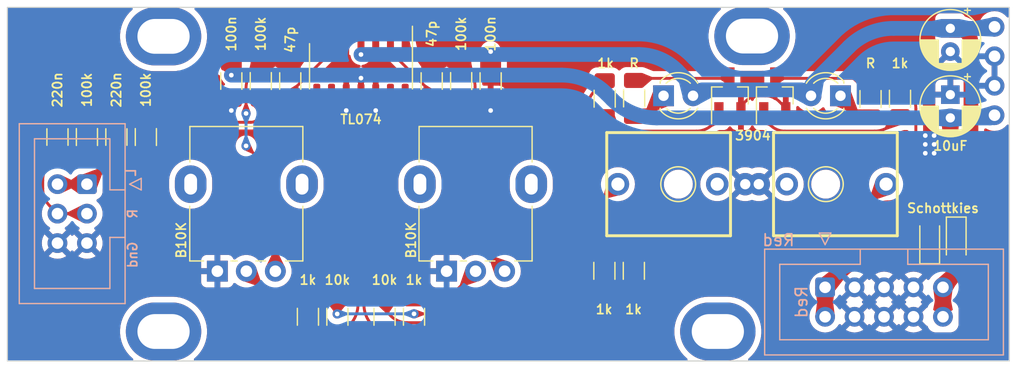
<source format=kicad_pcb>
(kicad_pcb (version 20221018) (generator pcbnew)
  (layers (0 "F.Cu" signal) (31 "B.Cu" signal) (34 "B.Paste" user) (35 "F.Paste" user) (36 "B.SilkS" user "B.Silkscreen") (37 "F.SilkS" user "F.Silkscreen") (38 "B.Mask" user) (39 "F.Mask" user) (44 "Edge.Cuts" user))
  (net 0 "")
  (net 1 "GND")
  (net 2 "+12v")
  (net 3 "-12v")
  (net 4 "Net-(C7-Pad1)")
  (net 5 "Net-(C7-Pad2)")
  (net 6 "Net-(U1A--)")
  (net 7 "Net-(C8-Pad2)")
  (net 8 "Net-(C9-Pad1)")
  (net 9 "Net-(C9-Pad2)")
  (net 10 "Net-(U1C--)")
  (net 11 "Net-(C10-Pad2)")
  (net 12 "Net-(D1-A)")
  (net 13 "Net-(D2-K)")
  (net 14 "Net-(D3-K)")
  (net 15 "Net-(D4-K)")
  (net 16 "Net-(J4-SIG)")
  (net 18 "Net-(J5-SIG)")
  (net 20 "Net-(Q1-B)")
  (net 21 "Net-(Q1-C)")
  (net 22 "Net-(Q2-B)")
  (net 23 "Net-(Q2-C)")
  (net 24 "Net-(R3-Pad1)")
  (net 25 "Net-(U1B--)")
  (net 26 "Out L")
  (net 27 "Net-(R10-Pad1)")
  (net 28 "Net-(U1D--)")
  (net 29 "Out R")
  (footprint "LED_THT:LED_D3.0mm_Clear" (layer "F.Cu") (at 183.5708 33.02 180)
    (fp_text reference "D4" hide)
    (fp_text value "LED" hide)
    (pad "1" thru_hole rect (at 0 0 180) (size 1.8 1.8) (drill 0.9) (layers "*.Cu" "*.Mask") (net 15 "Net-(D4-K)"))
    (pad "2" thru_hole circle (at 2.54 0 180) (size 1.8 1.8) (drill 0.9) (layers "*.Cu" "*.Mask") (net 2 "+12v"))
  )
  (footprint "Resistor_SMD:R_1206_3216Metric_Pad1.30x1.75mm_HandSolder" (layer "F.Cu") (at 133.604 31.75 90)
    (fp_text reference "R2")
    (fp_text value "100k" (at 4.064 0 270) (layer "F.SilkS") (effects (font (size 0.8 0.8))))
    (pad "1" smd roundrect (at -1.55 0 90) (size 1.3 1.75) (layers "F.Cu" "F.Paste" "F.Mask") (roundrect_rratio 0.1923076923) (net 25 "Net-(U1B--)"))
    (pad "2" smd roundrect (at 1.55 0 90) (size 1.3 1.75) (layers "F.Cu" "F.Paste" "F.Mask") (roundrect_rratio 0.1923076923) (net 7 "Net-(C8-Pad2)"))
  )
  (footprint "Capacitor_SMD:C_1206_3216Metric_Pad1.33x1.80mm_HandSolder" (layer "F.Cu") (at 148.336 31.75 90)
    (fp_text reference "C10")
    (fp_text value "47p" (at 4.064 0 90) (layer "F.SilkS") (effects (font (size 0.8 0.8))))
    (pad "1" smd roundrect (at -1.5625 0 90) (size 1.325 1.8) (layers "F.Cu" "F.Paste" "F.Mask") (roundrect_rratio 0.1886792453) (net 6 "Net-(U1A--)"))
    (pad "2" smd roundrect (at 1.5625 0 90) (size 1.325 1.8) (layers "F.Cu" "F.Paste" "F.Mask") (roundrect_rratio 0.1886792453) (net 11 "Net-(C10-Pad2)"))
  )
  (footprint "Resistor_SMD:R_1206_3216Metric_Pad1.30x1.75mm_HandSolder" (layer "F.Cu") (at 186.1616 33.3 90)
    (fp_text reference "R14")
    (fp_text value "R" (at 3.074 0 180) (layer "F.SilkS") (effects (font (size 0.8 0.8))))
    (pad "1" smd roundrect (at -1.55 0 90) (size 1.3 1.75) (layers "F.Cu" "F.Paste" "F.Mask") (roundrect_rratio 0.1923076923) (net 15 "Net-(D4-K)"))
    (pad "2" smd roundrect (at 1.55 0 90) (size 1.3 1.75) (layers "F.Cu" "F.Paste" "F.Mask") (roundrect_rratio 0.1923076923) (net 23 "Net-(Q2-C)"))
  )
  (footprint "" (layer "F.Cu") (at 125.222 27.9)
    (fp_text reference "" (at 0 0) (layer "F.SilkS") (effects (font (size 1.27 1.27))))
    (fp_text value "" (at 0 0) (layer "F.SilkS") (effects (font (size 1.27 1.27))))
    (pad "" np_thru_hole oval (at 0 0 180) (size 6.5 5) (drill oval 4.5 3) (layers "*.Cu" "*.Mask"))
  )
  (footprint "Capacitor_SMD:C_1206_3216Metric_Pad1.33x1.80mm_HandSolder" (layer "F.Cu") (at 116.078 36.576 90)
    (fp_text reference "C9")
    (fp_text value "220n" (at 4.064 0 90) (layer "F.SilkS") (effects (font (size 0.8 0.8))))
    (pad "1" smd roundrect (at -1.5625 0 90) (size 1.325 1.8) (layers "F.Cu" "F.Paste" "F.Mask") (roundrect_rratio 0.1886792453) (net 8 "Net-(C9-Pad1)"))
    (pad "2" smd roundrect (at 1.5625 0 90) (size 1.325 1.8) (layers "F.Cu" "F.Paste" "F.Mask") (roundrect_rratio 0.1886792453) (net 9 "Net-(C9-Pad2)"))
  )
  (footprint "Resistor_SMD:R_1206_3216Metric_Pad1.30x1.75mm_HandSolder" (layer "F.Cu") (at 118.618 36.576 90)
    (fp_text reference "R8")
    (fp_text value "100k" (at 4.064 0 90) (layer "F.SilkS") (effects (font (size 0.8 0.8))))
    (pad "1" smd roundrect (at -1.55 0 90) (size 1.3 1.75) (layers "F.Cu" "F.Paste" "F.Mask") (roundrect_rratio 0.1923076923) (net 9 "Net-(C9-Pad2)"))
    (pad "2" smd roundrect (at 1.55 0 90) (size 1.3 1.75) (layers "F.Cu" "F.Paste" "F.Mask") (roundrect_rratio 0.1923076923) (net 6 "Net-(U1A--)"))
  )
  (footprint "" (layer "F.Cu") (at 170.5 53.34)
    (fp_text reference "" (at 0 0) (layer "F.SilkS") (effects (font (size 1.27 1.27))))
    (fp_text value "" (at 0 0) (layer "F.SilkS") (effects (font (size 1.27 1.27))))
    (pad "" np_thru_hole oval (at 2.5 0 180) (size 6.5 5) (drill oval 4.5 3) (layers "*.Cu" "*.Mask"))
  )
  (footprint "Resistor_SMD:R_1206_3216Metric_Pad1.30x1.75mm_HandSolder" (layer "F.Cu") (at 146.812 52.07 -90)
    (fp_text reference "R10")
    (fp_text value "1k" (at -3.175 0 -180) (layer "F.SilkS") (effects (font (size 0.8 0.8))))
    (pad "1" smd roundrect (at -1.55 0 270) (size 1.3 1.75) (layers "F.Cu" "F.Paste" "F.Mask") (roundrect_rratio 0.1923076923) (net 27 "Net-(R10-Pad1)"))
    (pad "2" smd roundrect (at 1.55 0 270) (size 1.3 1.75) (layers "F.Cu" "F.Paste" "F.Mask") (roundrect_rratio 0.1923076923) (net 28 "Net-(U1D--)"))
  )
  (footprint "Resistor_SMD:R_1206_3216Metric_Pad1.30x1.75mm_HandSolder" (layer "F.Cu") (at 144.272 52.07 90)
    (fp_text reference "R11")
    (fp_text value "10k" (at 3.175 0 180) (layer "F.SilkS") (effects (font (size 0.8 0.8))))
    (pad "1" smd roundrect (at -1.55 0 90) (size 1.3 1.75) (layers "F.Cu" "F.Paste" "F.Mask") (roundrect_rratio 0.1923076923) (net 28 "Net-(U1D--)"))
    (pad "2" smd roundrect (at 1.55 0 90) (size 1.3 1.75) (layers "F.Cu" "F.Paste" "F.Mask") (roundrect_rratio 0.1923076923) (net 29 "Out R"))
  )
  (footprint "" (layer "F.Cu") (at 125.222 53.34)
    (fp_text reference "" (at 0 0) (layer "F.SilkS") (effects (font (size 1.27 1.27))))
    (fp_text value "" (at 0 0) (layer "F.SilkS") (effects (font (size 1.27 1.27))))
    (pad "" np_thru_hole oval (at 0 0 180) (size 6.5 5) (drill oval 4.5 3) (layers "*.Cu" "*.Mask"))
  )
  (footprint "Capacitor_SMD:C_1206_3216Metric_Pad1.33x1.80mm_HandSolder" (layer "F.Cu") (at 136.144 31.75 90)
    (fp_text reference "C8")
    (fp_text value "47p" (at 3.556 0 270) (layer "F.SilkS") (effects (font (size 0.8 0.8))))
    (pad "1" smd roundrect (at -1.5625 0 90) (size 1.325 1.8) (layers "F.Cu" "F.Paste" "F.Mask") (roundrect_rratio 0.1886792453) (net 25 "Net-(U1B--)"))
    (pad "2" smd roundrect (at 1.5625 0 90) (size 1.325 1.8) (layers "F.Cu" "F.Paste" "F.Mask") (roundrect_rratio 0.1886792453) (net 7 "Net-(C8-Pad2)"))
  )
  (footprint "Capacitor_SMD:C_1206_3216Metric_Pad1.33x1.80mm_HandSolder" (layer "F.Cu") (at 153.416 31.75 90)
    (fp_text reference "C1")
    (fp_text value "100n" (at 4.064 0 90) (layer "F.SilkS") (effects (font (size 0.8 0.8))))
    (pad "1" smd roundrect (at -1.5625 0 90) (size 1.325 1.8) (layers "F.Cu" "F.Paste" "F.Mask") (roundrect_rratio 0.1886792453) (net 1 "GND"))
    (pad "2" smd roundrect (at 1.5625 0 90) (size 1.325 1.8) (layers "F.Cu" "F.Paste" "F.Mask") (roundrect_rratio 0.1886792453) (net 2 "+12v"))
  )
  (footprint "Capacitor_SMD:C_1206_3216Metric_Pad1.33x1.80mm_HandSolder" (layer "F.Cu") (at 121.158 36.576 90)
    (fp_text reference "C7")
    (fp_text value "220n" (at 4.064 0 90) (layer "F.SilkS") (effects (font (size 0.8 0.8))))
    (pad "1" smd roundrect (at -1.5625 0 90) (size 1.325 1.8) (layers "F.Cu" "F.Paste" "F.Mask") (roundrect_rratio 0.1886792453) (net 4 "Net-(C7-Pad1)"))
    (pad "2" smd roundrect (at 1.5625 0 90) (size 1.325 1.8) (layers "F.Cu" "F.Paste" "F.Mask") (roundrect_rratio 0.1886792453) (net 5 "Net-(C7-Pad2)"))
  )
  (footprint "LED_THT:LED_D3.0mm_Clear" (layer "F.Cu") (at 168.3208 33.02)
    (fp_text reference "D3" hide)
    (fp_text value "LED" hide)
    (pad "1" thru_hole rect (at 0 0) (size 1.8 1.8) (drill 0.9) (layers "*.Cu" "*.Mask") (net 14 "Net-(D3-K)"))
    (pad "2" thru_hole circle (at 2.54 0) (size 1.8 1.8) (drill 0.9) (layers "*.Cu" "*.Mask") (net 2 "+12v"))
  )
  (footprint "Package_SO:SOIC-14_3.9x8.7mm_P1.27mm" (layer "F.Cu") (at 142.24 30.48 -90)
    (fp_text reference "U1")
    (fp_text value "TL074" (at 4.572 0 -180) (layer "F.SilkS") (effects (font (size 0.8 0.8))))
    (pad "1" smd roundrect (at -2.475 -3.81 270) (size 1.95 0.6) (layers "F.Cu" "F.Paste" "F.Mask") (net 11 "Net-(C10-Pad2)"))
    (pad "2" smd roundrect (at -2.475 -2.54 270) (size 1.95 0.6) (layers "F.Cu" "F.Paste" "F.Mask") (net 6 "Net-(U1A--)"))
    (pad "3" smd roundrect (at -2.475 -1.27 270) (size 1.95 0.6) (layers "F.Cu" "F.Paste" "F.Mask") (net 1 "GND"))
    (pad "4" smd roundrect (at -2.475 0 270) (size 1.95 0.6) (layers "F.Cu" "F.Paste" "F.Mask") (net 2 "+12v"))
    (pad "5" smd roundrect (at -2.475 1.27 270) (size 1.95 0.6) (layers "F.Cu" "F.Paste" "F.Mask") (net 1 "GND"))
    (pad "6" smd roundrect (at -2.475 2.54 270) (size 1.95 0.6) (layers "F.Cu" "F.Paste" "F.Mask") (net 25 "Net-(U1B--)"))
    (pad "7" smd roundrect (at -2.475 3.81 270) (size 1.95 0.6) (layers "F.Cu" "F.Paste" "F.Mask") (net 7 "Net-(C8-Pad2)"))
    (pad "8" smd roundrect (at 2.475 3.81 270) (size 1.95 0.6) (layers "F.Cu" "F.Paste" "F.Mask") (net 26 "Out L"))
    (pad "9" smd roundrect (at 2.475 2.54 270) (size 1.95 0.6) (layers "F.Cu" "F.Paste" "F.Mask") (net 10 "Net-(U1C--)"))
    (pad "10" smd roundrect (at 2.475 1.27 270) (size 1.95 0.6) (layers "F.Cu" "F.Paste" "F.Mask") (net 1 "GND"))
    (pad "11" smd roundrect (at 2.475 0 270) (size 1.95 0.6) (layers "F.Cu" "F.Paste" "F.Mask") (net 3 "-12v"))
    (pad "12" smd roundrect (at 2.475 -1.27 270) (size 1.95 0.6) (layers "F.Cu" "F.Paste" "F.Mask") (net 1 "GND"))
    (pad "13" smd roundrect (at 2.475 -2.54 270) (size 1.95 0.6) (layers "F.Cu" "F.Paste" "F.Mask") (net 28 "Net-(U1D--)"))
    (pad "14" smd roundrect (at 2.475 -3.81 270) (size 1.95 0.6) (layers "F.Cu" "F.Paste" "F.Mask") (net 29 "Out R"))
  )
  (footprint "Potentiometer_THT:Potentiometer_Alpha_RD901F-40-00D_Single_Vertical" (layer "F.Cu") (at 129.86 48.14 90)
    (fp_text reference "RV1")
    (fp_text value "B10K" (at 2.674 -3.114 270) (layer "F.SilkS") (effects (font (size 0.8 0.8))))
    (pad "" thru_hole oval (at 7.5 -2.3 180) (size 2.72 3.24) (drill oval 1.1 1.8) (layers "*.Cu" "*.Mask"))
    (pad "" thru_hole oval (at 7.5 7.3 180) (size 2.72 3.24) (drill oval 1.1 1.8) (layers "*.Cu" "*.Mask"))
    (pad "1" thru_hole rect (at 0 0 180) (size 1.8 1.8) (drill 1) (layers "*.Cu" "*.Mask") (net 1 "GND"))
    (pad "2" thru_hole circle (at 0 2.5 180) (size 1.8 1.8) (drill 1) (layers "*.Cu" "*.Mask") (net 24 "Net-(R3-Pad1)"))
    (pad "3" thru_hole circle (at 0 5 180) (size 1.8 1.8) (drill 1) (layers "*.Cu" "*.Mask") (net 7 "Net-(C8-Pad2)"))
  )
  (footprint "Capacitor_SMD:C_1206_3216Metric_Pad1.33x1.80mm_HandSolder" (layer "F.Cu") (at 131.064 31.75 -90)
    (fp_text reference "C2")
    (fp_text value "100n" (at -4.064 0 -90) (layer "F.SilkS") (effects (font (size 0.8 0.8))))
    (pad "1" smd roundrect (at -1.5625 0 270) (size 1.325 1.8) (layers "F.Cu" "F.Paste" "F.Mask") (roundrect_rratio 0.1886792453) (net 3 "-12v"))
    (pad "2" smd roundrect (at 1.5625 0 270) (size 1.325 1.8) (layers "F.Cu" "F.Paste" "F.Mask") (roundrect_rratio 0.1886792453) (net 1 "GND"))
  )
  (footprint "PCM_4ms_Jack:EighthInch_PJ398SM_with_hole" (layer "F.Cu") (at 182.2958 40.64 180)
    (fp_text reference "J5" hide)
    (fp_text value "IN R" hide)
    (pad "" np_thru_hole circle (at 0 0 180) (size 2 2) (drill 2) (layers "F&B.Cu" "*.Mask"))
    (pad "1" thru_hole circle (at -5.207 0 180) (size 1.9304 1.9304) (drill 1.143) (layers "*.Cu" "*.Mask") (net 18 "Net-(J5-SIG)"))
    (pad "2" thru_hole circle (at 5.7658 0 180) (size 1.9304 1.9304) (drill 0.889) (layers "*.Cu" "*.Mask") (net 1 "GND"))
    (pad "3" thru_hole circle (at 3.3528 0 180) (size 1.9304 1.9304) (drill 1.143) (layers "*.Cu" "*.Mask"))
  )
  (footprint "PCM_4ms_Jack:EighthInch_PJ398SM_with_hole" (layer "F.Cu") (at 169.5958 40.64)
    (fp_text reference "J4")
    (fp_text value "IN R" hide)
    (pad "" np_thru_hole circle (at 0 0) (size 2 2) (drill 2) (layers "F&B.Cu" "*.Mask"))
    (pad "1" thru_hole circle (at -5.207 0) (size 1.9304 1.9304) (drill 1.143) (layers "*.Cu" "*.Mask") (net 16 "Net-(J4-SIG)"))
    (pad "2" thru_hole circle (at 5.7658 0) (size 1.9304 1.9304) (drill 0.889) (layers "*.Cu" "*.Mask") (net 1 "GND"))
    (pad "3" thru_hole circle (at 3.3528 0) (size 1.9304 1.9304) (drill 1.143) (layers "*.Cu" "*.Mask"))
  )
  (footprint "Resistor_SMD:R_1206_3216Metric_Pad1.30x1.75mm_HandSolder" (layer "F.Cu") (at 188.7016 33.274 -90)
    (fp_text reference "R13")
    (fp_text value "1k" (at -3.048 0 -180) (layer "F.SilkS") (effects (font (size 0.8 0.8))))
    (pad "1" smd roundrect (at -1.55 0 270) (size 1.3 1.75) (layers "F.Cu" "F.Paste" "F.Mask") (roundrect_rratio 0.1923076923) (net 29 "Out R"))
    (pad "2" smd roundrect (at 1.55 0 270) (size 1.3 1.75) (layers "F.Cu" "F.Paste" "F.Mask") (roundrect_rratio 0.1923076923) (net 22 "Net-(Q2-B)"))
  )
  (footprint "Resistor_SMD:R_1206_3216Metric_Pad1.30x1.75mm_HandSolder" (layer "F.Cu") (at 140.208 52.07 90)
    (fp_text reference "R4")
    (fp_text value "10k" (at 3.175 0 180) (layer "F.SilkS") (effects (font (size 0.8 0.8))))
    (pad "1" smd roundrect (at -1.55 0 90) (size 1.3 1.75) (layers "F.Cu" "F.Paste" "F.Mask") (roundrect_rratio 0.1923076923) (net 10 "Net-(U1C--)"))
    (pad "2" smd roundrect (at 1.55 0 90) (size 1.3 1.75) (layers "F.Cu" "F.Paste" "F.Mask") (roundrect_rratio 0.1923076923) (net 26 "Out L"))
  )
  (footprint "Resistor_SMD:R_1206_3216Metric_Pad1.30x1.75mm_HandSolder" (layer "F.Cu") (at 123.698 36.576 90)
    (fp_text reference "R1")
    (fp_text value "100k" (at 4.064 0 270) (layer "F.SilkS") (effects (font (size 0.8 0.8))))
    (pad "1" smd roundrect (at -1.55 0 90) (size 1.3 1.75) (layers "F.Cu" "F.Paste" "F.Mask") (roundrect_rratio 0.1923076923) (net 5 "Net-(C7-Pad2)"))
    (pad "2" smd roundrect (at 1.55 0 90) (size 1.3 1.75) (layers "F.Cu" "F.Paste" "F.Mask") (roundrect_rratio 0.1923076923) (net 25 "Net-(U1B--)"))
  )
  (footprint "Capacitor_THT:CP_Radial_D5.0mm_P2.00mm" (layer "F.Cu") (at 193.04 27.21 -90)
    (fp_text reference "C3")
    (fp_text value "10uF" hide)
    (pad "1" thru_hole rect (at 0 0 270) (size 1.6 1.6) (drill 0.8) (layers "*.Cu" "*.Mask") (net 2 "+12v"))
    (pad "2" thru_hole circle (at 2 0 270) (size 1.6 1.6) (drill 0.8) (layers "*.Cu" "*.Mask") (net 1 "GND"))
  )
  (footprint "Package_TO_SOT_SMD:SOT-23_Handsoldering" (layer "F.Cu") (at 177.9066 33.02 90)
    (fp_text reference "Q2")
    (fp_text value "3904" hide)
    (pad "1" smd rect (at -1.5 -0.95 90) (size 1.9 0.8) (layers "F.Cu" "F.Paste" "F.Mask") (net 22 "Net-(Q2-B)"))
    (pad "2" smd rect (at -1.5 0.95 90) (size 1.9 0.8) (layers "F.Cu" "F.Paste" "F.Mask") (net 1 "GND"))
    (pad "3" smd rect (at 1.5 0 90) (size 1.9 0.8) (layers "F.Cu" "F.Paste" "F.Mask") (net 23 "Net-(Q2-C)"))
  )
  (footprint "Resistor_SMD:R_1206_3216Metric_Pad1.30x1.75mm_HandSolder" (layer "F.Cu") (at 165.7604 48.11 90)
    (fp_text reference "R12")
    (fp_text value "1k" (at -3.325 -0.0254 180) (layer "F.SilkS") (effects (font (size 0.8 0.8))))
    (pad "1" smd roundrect (at -1.55 0 90) (size 1.3 1.75) (layers "F.Cu" "F.Paste" "F.Mask") (roundrect_rratio 0.1923076923) (net 29 "Out R"))
    (pad "2" smd roundrect (at 1.55 0 90) (size 1.3 1.75) (layers "F.Cu" "F.Paste" "F.Mask") (roundrect_rratio 0.1923076923) (net 18 "Net-(J5-SIG)"))
  )
  (footprint "Capacitor_THT:CP_Radial_D5.0mm_P2.00mm" (layer "F.Cu") (at 193.04 32.925 -90)
    (fp_text reference "C4")
    (fp_text value "10uF" (at 4.413 0 -180) (layer "F.SilkS") (effects (font (size 0.8 0.8))))
    (pad "1" thru_hole rect (at 0 0 270) (size 1.6 1.6) (drill 0.8) (layers "*.Cu" "*.Mask") (net 1 "GND"))
    (pad "2" thru_hole circle (at 2 0 270) (size 1.6 1.6) (drill 0.8) (layers "*.Cu" "*.Mask") (net 3 "-12v"))
  )
  (footprint "Resistor_SMD:R_1206_3216Metric_Pad1.30x1.75mm_HandSolder" (layer "F.Cu") (at 163.2204 48.11 90)
    (fp_text reference "R5")
    (fp_text value "1k" (at -3.325 -0.0254 180) (layer "F.SilkS") (effects (font (size 0.8 0.8))))
    (pad "1" smd roundrect (at -1.55 0 90) (size 1.3 1.75) (layers "F.Cu" "F.Paste" "F.Mask") (roundrect_rratio 0.1923076923) (net 26 "Out L"))
    (pad "2" smd roundrect (at 1.55 0 90) (size 1.3 1.75) (layers "F.Cu" "F.Paste" "F.Mask") (roundrect_rratio 0.1923076923) (net 16 "Net-(J4-SIG)"))
  )
  (footprint "Resistor_SMD:R_1206_3216Metric_Pad1.30x1.75mm_HandSolder" (layer "F.Cu") (at 163.2458 33.274 -90)
    (fp_text reference "R6")
    (fp_text value "1k" (at -3.048 -0.0762 -180) (layer "F.SilkS") (effects (font (size 0.8 0.8))))
    (pad "1" smd roundrect (at -1.55 0 270) (size 1.3 1.75) (layers "F.Cu" "F.Paste" "F.Mask") (roundrect_rratio 0.1923076923) (net 26 "Out L"))
    (pad "2" smd roundrect (at 1.55 0 270) (size 1.3 1.75) (layers "F.Cu" "F.Paste" "F.Mask") (roundrect_rratio 0.1923076923) (net 20 "Net-(Q1-B)"))
  )
  (footprint "Potentiometer_THT:Potentiometer_Alpha_RD901F-40-00D_Single_Vertical" (layer "F.Cu") (at 149.62 48.14 90)
    (fp_text reference "RV2")
    (fp_text value "B10K" (at 2.674 -3.062 90) (layer "F.SilkS") (effects (font (size 0.8 0.8))))
    (pad "" thru_hole oval (at 7.5 -2.3 180) (size 2.72 3.24) (drill oval 1.1 1.8) (layers "*.Cu" "*.Mask"))
    (pad "" thru_hole oval (at 7.5 7.3 180) (size 2.72 3.24) (drill oval 1.1 1.8) (layers "*.Cu" "*.Mask"))
    (pad "1" thru_hole rect (at 0 0 180) (size 1.8 1.8) (drill 1) (layers "*.Cu" "*.Mask") (net 1 "GND"))
    (pad "2" thru_hole circle (at 0 2.5 180) (size 1.8 1.8) (drill 1) (layers "*.Cu" "*.Mask") (net 27 "Net-(R10-Pad1)"))
    (pad "3" thru_hole circle (at 0 5 180) (size 1.8 1.8) (drill 1) (layers "*.Cu" "*.Mask") (net 11 "Net-(C10-Pad2)"))
  )
  (footprint "Diode_SMD:D_SOD-323_HandSoldering" (layer "F.Cu") (at 191.262 45.486 90)
    (fp_text reference "D2" hide)
    (fp_text value "D_Schottky" hide)
    (pad "1" smd roundrect (at -1.25 0 90) (size 1 1) (layers "F.Cu" "F.Paste" "F.Mask") (net 13 "Net-(D2-K)"))
    (pad "2" smd roundrect (at 1.25 0 90) (size 1 1) (layers "F.Cu" "F.Paste" "F.Mask") (net 3 "-12v"))
  )
  (footprint "Resistor_SMD:R_1206_3216Metric_Pad1.30x1.75mm_HandSolder" (layer "F.Cu") (at 150.876 31.75 90)
    (fp_text reference "R9")
    (fp_text value "100k" (at 4.064 0 90) (layer "F.SilkS") (effects (font (size 0.8 0.8))))
    (pad "1" smd roundrect (at -1.55 0 90) (size 1.3 1.75) (layers "F.Cu" "F.Paste" "F.Mask") (roundrect_rratio 0.1923076923) (net 6 "Net-(U1A--)"))
    (pad "2" smd roundrect (at 1.55 0 90) (size 1.3 1.75) (layers "F.Cu" "F.Paste" "F.Mask") (roundrect_rratio 0.1923076923) (net 11 "Net-(C10-Pad2)"))
  )
  (footprint "" (layer "F.Cu") (at 175.9458 27.8745)
    (fp_text reference "" (at 0 0) (layer "F.SilkS") (effects (font (size 1.27 1.27))))
    (fp_text value "" (at 0 0) (layer "F.SilkS") (effects (font (size 1.27 1.27))))
    (pad "" np_thru_hole oval (at 0 0 180) (size 6.5 5) (drill oval 4.5 3) (layers "*.Cu" "*.Mask"))
  )
  (footprint "Resistor_SMD:R_1206_3216Metric_Pad1.30x1.75mm_HandSolder" (layer "F.Cu") (at 165.7858 33.248 90)
    (fp_text reference "R7")
    (fp_text value "R" (at 3.022 0) (layer "F.SilkS") (effects (font (size 0.8 0.8))))
    (pad "1" smd roundrect (at -1.55 0 90) (size 1.3 1.75) (layers "F.Cu" "F.Paste" "F.Mask") (roundrect_rratio 0.1923076923) (net 14 "Net-(D3-K)"))
    (pad "2" smd roundrect (at 1.55 0 90) (size 1.3 1.75) (layers "F.Cu" "F.Paste" "F.Mask") (roundrect_rratio 0.1923076923) (net 21 "Net-(Q1-C)"))
  )
  (footprint "Resistor_SMD:R_1206_3216Metric_Pad1.30x1.75mm_HandSolder" (layer "F.Cu") (at 137.668 52.07 -90)
    (fp_text reference "R3")
    (fp_text value "1k" (at -3.175 0 -180) (layer "F.SilkS") (effects (font (size 0.8 0.8))))
    (pad "1" smd roundrect (at -1.55 0 270) (size 1.3 1.75) (layers "F.Cu" "F.Paste" "F.Mask") (roundrect_rratio 0.1923076923) (net 24 "Net-(R3-Pad1)"))
    (pad "2" smd roundrect (at 1.55 0 270) (size 1.3 1.75) (layers "F.Cu" "F.Paste" "F.Mask") (roundrect_rratio 0.1923076923) (net 10 "Net-(U1C--)"))
  )
  (footprint "Diode_SMD:D_SOD-323_HandSoldering" (layer "F.Cu") (at 193.548 45.486 -90)
    (fp_text reference "D1" hide)
    (fp_text value "D_Schottky" hide)
    (pad "1" smd roundrect (at -1.25 0 270) (size 1 1) (layers "F.Cu" "F.Paste" "F.Mask") (net 2 "+12v"))
    (pad "2" smd roundrect (at 1.25 0 270) (size 1 1) (layers "F.Cu" "F.Paste" "F.Mask") (net 12 "Net-(D1-A)"))
  )
  (footprint "Package_TO_SOT_SMD:SOT-23_Handsoldering" (layer "F.Cu") (at 174.0408 33.02 90)
    (fp_text reference "Q1")
    (fp_text value "3904" (at -3.429 1.9812 180) (layer "F.SilkS") (effects (font (size 0.8 0.8))))
    (pad "1" smd rect (at -1.5 -0.95 90) (size 1.9 0.8) (layers "F.Cu" "F.Paste" "F.Mask") (net 20 "Net-(Q1-B)"))
    (pad "2" smd rect (at -1.5 0.95 90) (size 1.9 0.8) (layers "F.Cu" "F.Paste" "F.Mask") (net 1 "GND"))
    (pad "3" smd rect (at 1.5 0 90) (size 1.9 0.8) (layers "F.Cu" "F.Paste" "F.Mask") (net 21 "Net-(Q1-C)"))
  )
  (footprint "Connector_PinHeader_2.54mm:PinHeader_1x04_P2.54mm_Vertical_no_silkscreen" (layer "B.Cu") (at 196.85 27.0764 180)
    (fp_text reference "J2" hide)
    (fp_text value "Conn_01x04_Pin" hide)
    (pad "1" thru_hole circle (at 0 0 180) (size 1.7 1.7) (drill 1) (layers "*.Cu" "*.Mask") (net 2 "+12v"))
    (pad "2" thru_hole oval (at 0 -2.54 180) (size 1.7 1.7) (drill 1) (layers "*.Cu" "*.Mask") (net 1 "GND"))
    (pad "3" thru_hole oval (at 0 -5.08 180) (size 1.7 1.7) (drill 1) (layers "*.Cu" "*.Mask") (net 1 "GND"))
    (pad "4" thru_hole oval (at 0 -7.62 180) (size 1.7 1.7) (drill 1) (layers "*.Cu" "*.Mask") (net 3 "-12v"))
  )
  (footprint "Connector_IDC:IDC-Header_2x05_P2.54mm_Vertical" (layer "B.Cu") (at 182.245 49.53 -90)
    (fp_text reference "J1")
    (fp_text value "Eurorack_Power_10pin_Unshrouded" hide)
    (pad "1" thru_hole roundrect (at 0 0 270) (size 1.7 1.7) (drill 1) (layers "*.Cu" "*.Mask") (roundrect_rratio 0.1470588235) (net 12 "Net-(D1-A)"))
    (pad "2" thru_hole circle (at 2.54 0 270) (size 1.7 1.7) (drill 1) (layers "*.Cu" "*.Mask") (net 12 "Net-(D1-A)"))
    (pad "3" thru_hole circle (at 0 -2.54 270) (size 1.7 1.7) (drill 1) (layers "*.Cu" "*.Mask") (net 1 "GND"))
    (pad "4" thru_hole circle (at 2.54 -2.54 270) (size 1.7 1.7) (drill 1) (layers "*.Cu" "*.Mask") (net 1 "GND"))
    (pad "5" thru_hole circle (at 0 -5.08 270) (size 1.7 1.7) (drill 1) (layers "*.Cu" "*.Mask") (net 1 "GND"))
    (pad "6" thru_hole circle (at 2.54 -5.08 270) (size 1.7 1.7) (drill 1) (layers "*.Cu" "*.Mask") (net 1 "GND"))
    (pad "7" thru_hole circle (at 0 -7.62 270) (size 1.7 1.7) (drill 1) (layers "*.Cu" "*.Mask") (net 1 "GND"))
    (pad "8" thru_hole circle (at 2.54 -7.62 270) (size 1.7 1.7) (drill 1) (layers "*.Cu" "*.Mask") (net 1 "GND"))
    (pad "9" thru_hole circle (at 0 -10.16 270) (size 1.7 1.7) (drill 1) (layers "*.Cu" "*.Mask") (net 13 "Net-(D2-K)"))
    (pad "10" thru_hole circle (at 2.54 -10.16 270) (size 1.7 1.7) (drill 1) (layers "*.Cu" "*.Mask") (net 13 "Net-(D2-K)"))
  )
  (footprint "Connector_IDC:IDC-Header_2x03_P2.54mm_Vertical" (layer "B.Cu") (at 118.618 40.64 180)
    (fp_text reference "J3")
    (fp_text value "Conn_02x03" hide)
    (pad "1" thru_hole roundrect (at 0 0 180) (size 1.7 1.7) (drill 1) (layers "*.Cu" "*.Mask") (roundrect_rratio 0.1470588235) (net 4 "Net-(C7-Pad1)"))
    (pad "2" thru_hole circle (at 2.54 0 180) (size 1.7 1.7) (drill 1) (layers "*.Cu" "*.Mask") (net 4 "Net-(C7-Pad1)"))
    (pad "3" thru_hole circle (at 0 -2.54 180) (size 1.7 1.7) (drill 1) (layers "*.Cu" "*.Mask") (net 8 "Net-(C9-Pad1)"))
    (pad "4" thru_hole circle (at 2.54 -2.54 180) (size 1.7 1.7) (drill 1) (layers "*.Cu" "*.Mask") (net 8 "Net-(C9-Pad1)"))
    (pad "5" thru_hole circle (at 0 -5.08 180) (size 1.7 1.7) (drill 1) (layers "*.Cu" "*.Mask") (net 1 "GND"))
    (pad "6" thru_hole circle (at 2.54 -5.08 180) (size 1.7 1.7) (drill 1) (layers "*.Cu" "*.Mask") (net 1 "GND"))
  )
  (gr_rect (start 111.76 25.4) (end 198.12 55.88) (stroke (width 0.1)) (fill none) (layer "Edge.Cuts"))
  (gr_text "L" (at 122.428 39.624 90) (layer "B.SilkS") (effects (font (size 0.8 0.8)) (justify mirror)))
  (gr_text "Red" (at 179.705 45.466) (layer "B.SilkS") (effects (font (size 1 1)) (justify left mirror)))
  (gr_text "R" (at 122.555 43.18 90) (layer "B.SilkS") (effects (font (size 0.8 0.8)) (justify mirror)))
  (gr_text "Red" (at 180.213 50.8 90) (layer "B.SilkS") (effects (font (size 1 1)) (justify mirror)))
  (gr_text "Gnd" (at 122.555 46.736 90) (layer "B.SilkS") (effects (font (size 0.8 0.8)) (justify mirror)))
  (gr_text "Schottkies" (at 192.405 43.18) (layer "F.SilkS") (effects (font (size 0.8 0.8)) (justify bottom)))
  (segment (start 140.97 32.955) (end 140.97 28.005) (width 0.25) (layer "F.Cu") (net 1))
  (segment (start 143.51 32.955) (end 143.51 28.005) (width 0.25) (layer "F.Cu") (net 1))
  (segment (start 178.624306 33.844306) (end 178.3004 33.5204) (width 0.25) (layer "F.Cu") (net 1))
  (segment (start 143.51 34.29) (end 143.51 32.955) (width 0.25) (layer "F.Cu") (net 1))
  (segment (start 153.416 34.29) (end 153.416 33.3125) (width 0.25) (layer "F.Cu") (net 1))
  (segment (start 178.8008 34.2704) (end 178.8008 34.52) (width 0.25) (layer "F.Cu") (net 1))
  (segment (start 140.97 32.955) (end 140.97 34.29) (width 0.25) (layer "F.Cu") (net 1))
  (segment (start 174.9908 34.2123) (end 174.9908 34.52) (width 0.25) (layer "F.Cu") (net 1))
  (segment (start 131.064 34.29) (end 131.064 33.3125) (width 0.25) (layer "F.Cu") (net 1))
  (segment (start 177.092327 33.02) (end 176.500906 33.02) (width 0.25) (layer "F.Cu") (net 1))
  (segment (start 175.208376 33.687023) (end 175.4331 33.4623) (width 0.25) (layer "F.Cu") (net 1))
  (via (at 190.881 36.449) (size 0.8) (drill 0.4) (layers "F.Cu" "B.Cu") (net 1))
  (via (at 191.643 37.973) (size 0.8) (drill 0.4) (layers "F.Cu" "B.Cu") (net 1))
  (via (at 143.51 34.29) (size 0.8) (drill 0.4) (layers "F.Cu" "B.Cu") (net 1))
  (via (at 191.643 36.449) (size 0.8) (drill 0.4) (layers "F.Cu" "B.Cu") (net 1))
  (via (at 153.416 34.29) (size 0.8) (drill 0.4) (layers "F.Cu" "B.Cu") (net 1))
  (via (at 131.064 34.29) (size 0.8) (drill 0.4) (layers "F.Cu" "B.Cu") (net 1))
  (via (at 190.881 37.973) (size 0.8) (drill 0.4) (layers "F.Cu" "B.Cu") (net 1))
  (via (at 140.97 34.29) (size 0.8) (drill 0.4) (layers "F.Cu" "B.Cu") (net 1))
  (via (at 191.643 37.211) (size 0.8) (drill 0.4) (layers "F.Cu" "B.Cu") (net 1))
  (via (at 190.881 37.211) (size 0.8) (drill 0.4) (layers "F.Cu" "B.Cu") (net 1))
  (arc (start 176.500906 33.02) (mid 175.923013 33.13495) (end 175.4331 33.4623) (width 0.25) (layer "F.Cu") (net 1))
  (arc (start 178.624306 33.844306) (mid 178.75493 34.039799) (end 178.8008 34.2704) (width 0.25) (layer "F.Cu") (net 1))
  (arc (start 178.3004 33.5204) (mid 177.746131 33.150049) (end 177.092327 33.02) (width 0.25) (layer "F.Cu") (net 1))
  (arc (start 175.208376 33.687023) (mid 175.047346 33.928022) (end 174.9908 34.2123) (width 0.25) (layer "F.Cu") (net 1))
  (segment (start 194.100957 42.119042) (end 194.183 42.037) (width 1.27) (layer "F.Cu") (net 2))
  (segment (start 194.818 40.503974) (end 194.818 28.456187) (width 1.27) (layer "F.Cu") (net 2))
  (segment (start 193.548 43.454) (end 193.548 44.236) (width 1.27) (layer "F.Cu") (net 2))
  (segment (start 193.571812 27.21) (end 193.04 27.21) (width 1.27) (layer "F.Cu") (net 2))
  (segment (start 142.24 29.464) (end 142.24 28.005) (width 0.25) (layer "F.Cu") (net 2))
  (segment (start 153.416 29.21) (end 153.416 30.1875) (width 0.25) (layer "F.Cu") (net 2))
  (via (at 153.416 29.21) (size 0.8) (drill 0.4) (layers "F.Cu" "B.Cu") (net 2))
  (via (at 142.24 29.464) (size 0.8) (drill 0.4) (layers "F.Cu" "B.Cu") (net 2))
  (arc (start 194.453 27.575) (mid 194.723139 27.979292) (end 194.818 28.456187) (width 1.27) (layer "F.Cu") (net 2))
  (arc (start 194.818 40.503974) (mid 194.652968 41.333641) (end 194.183 42.037) (width 1.27) (layer "F.Cu") (net 2))
  (arc (start 194.100957 42.119042) (mid 193.691708 42.731526) (end 193.548 43.454) (width 1.27) (layer "F.Cu") (net 2))
  (arc (start 194.453 27.575) (mid 194.048707 27.30486) (end 193.571812 27.21) (width 1.27) (layer "F.Cu") (net 2))
  (segment (start 142.24 29.464) (end 166.162835 29.464) (width 1.27) (layer "B.Cu") (net 2))
  (segment (start 180.975 32.5755) (end 180.975 32.660789) (width 1.27) (layer "B.Cu") (net 2))
  (segment (start 188.149963 27.21) (end 193.04 27.21) (width 1.27) (layer "B.Cu") (net 2))
  (segment (start 170.8608 32.660789) (end 170.8608 32.618002) (width 1.27) (layer "B.Cu") (net 2))
  (segment (start 181.289308 31.81669) (end 184.302207 28.803792) (width 1.27) (layer "B.Cu") (net 2))
  (segment (start 170.576544 31.931748) (end 169.484798 30.840002) (width 1.27) (layer "B.Cu") (net 2))
  (segment (start 196.7832 27.1432) (end 196.85 27.0764) (width 1.27) (layer "B.Cu") (net 2))
  (segment (start 171.72801 32.512) (end 180.107789 32.512) (width 1.27) (layer "B.Cu") (net 2))
  (segment (start 196.62193 27.21) (end 193.04 27.21) (width 1.27) (layer "B.Cu") (net 2))
  (arc (start 180.721 32.766) (mid 180.883149 32.798253) (end 180.975 32.660789) (width 1.27) (layer "B.Cu") (net 2))
  (arc (start 180.721 32.766) (mid 180.439656 32.578012) (end 180.107789 32.512) (width 1.27) (layer "B.Cu") (net 2))
  (arc (start 169.484798 30.840002) (mid 167.960668 29.821611) (end 166.162835 29.464) (width 1.27) (layer "B.Cu") (net 2))
  (arc (start 188.149963 27.21) (mid 186.067572 27.624213) (end 184.302207 28.803792) (width 1.27) (layer "B.Cu") (net 2))
  (arc (start 171.72801 32.512) (mid 171.396143 32.578012) (end 171.1148 32.766) (width 1.27) (layer "B.Cu") (net 2))
  (arc (start 196.7832 27.1432) (mid 196.709208 27.192639) (end 196.62193 27.21) (width 1.27) (layer "B.Cu") (net 2))
  (arc (start 170.576544 31.931748) (mid 170.786924 32.246604) (end 170.8608 32.618002) (width 1.27) (layer "B.Cu") (net 2))
  (arc (start 170.8608 32.660789) (mid 170.95265 32.798253) (end 171.1148 32.766) (width 1.27) (layer "B.Cu") (net 2))
  (arc (start 181.289308 31.81669) (mid 181.056685 32.164835) (end 180.975 32.5755) (width 1.27) (layer "B.Cu") (net 2))
  (segment (start 142.24 31.496) (end 142.24 32.955) (width 0.25) (layer "F.Cu") (net 3))
  (segment (start 191.90476 41.775239) (end 192.151 41.529) (width 1.27) (layer "F.Cu") (net 3))
  (segment (start 131.064 31.242) (end 131.064 30.1875) (width 0.25) (layer "F.Cu") (net 3))
  (segment (start 191.262 43.327) (end 191.262 44.236) (width 1.27) (layer "F.Cu") (net 3))
  (segment (start 193.04 39.382764) (end 193.04 34.925) (width 1.27) (layer "F.Cu") (net 3))
  (via (at 131.064 31.242) (size 0.8) (drill 0.4) (layers "F.Cu" "B.Cu") (net 3))
  (via (at 142.24 31.496) (size 0.8) (drill 0.4) (layers "F.Cu" "B.Cu") (net 3))
  (arc (start 191.90476 41.775239) (mid 191.429047 42.487193) (end 191.262 43.327) (width 1.27) (layer "F.Cu") (net 3))
  (arc (start 193.04 39.382764) (mid 192.808956 40.544298) (end 192.151 41.529) (width 1.27) (layer "F.Cu") (net 3))
  (segment (start 196.459755 34.925) (end 193.04 34.925) (width 1.27) (layer "B.Cu") (net 3))
  (segment (start 167.734963 34.925) (end 193.04 34.925) (width 1.27) (layer "B.Cu") (net 3))
  (segment (start 163.391792 32.835792) (end 163.887207 33.331207) (width 1.27) (layer "B.Cu") (net 3))
  (segment (start 196.7357 34.8107) (end 196.85 34.6964) (width 1.27) (layer "B.Cu") (net 3))
  (segment (start 159.544036 31.242) (end 131.064 31.242) (width 1.27) (layer "B.Cu") (net 3))
  (arc (start 163.887207 33.331207) (mid 165.652572 34.510786) (end 167.734963 34.925) (width 1.27) (layer "B.Cu") (net 3))
  (arc (start 196.7357 34.8107) (mid 196.609095 34.895294) (end 196.459755 34.925) (width 1.27) (layer "B.Cu") (net 3))
  (arc (start 163.391792 32.835792) (mid 161.626426 31.656213) (end 159.544036 31.242) (width 1.27) (layer "B.Cu") (net 3))
  (segment (start 121.13875 38.1385) (end 121.158 38.1385) (width 0.25) (layer "F.Cu") (net 4))
  (segment (start 121.105888 38.152111) (end 118.618 40.64) (width 0.25) (layer "F.Cu") (net 4))
  (segment (start 118.618 40.64) (end 116.078 40.64) (width 0.25) (layer "F.Cu") (net 4))
  (arc (start 121.13875 38.1385) (mid 121.120965 38.142037) (end 121.105888 38.152111) (width 0.25) (layer "F.Cu") (net 4))
  (segment (start 121.158 35.29975) (end 121.158 35.0135) (width 0.25) (layer "F.Cu") (net 5))
  (segment (start 121.360409 35.788409) (end 123.698 38.126) (width 0.25) (layer "F.Cu") (net 5))
  (arc (start 121.158 35.29975) (mid 121.210604 35.56421) (end 121.360409 35.788409) (width 0.25) (layer "F.Cu") (net 5))
  (segment (start 148.336 33.03925) (end 148.336 33.303661) (width 0.25) (layer "F.Cu") (net 6))
  (segment (start 145.206031 29.636031) (end 148.142783 32.572783) (width 0.25) (layer "F.Cu") (net 6))
  (segment (start 139.247248 26.416) (end 143.262382 26.416) (width 0.25) (layer "F.Cu") (net 6))
  (segment (start 133.421751 28.829) (end 131.971763 28.829) (width 0.25) (layer "F.Cu") (net 6))
  (segment (start 118.7326 35.026) (end 118.618 35.026) (width 0.25) (layer "F.Cu") (net 6))
  (segment (start 120.97084 33.782) (end 122.510836 33.782) (width 0.25) (layer "F.Cu") (net 6))
  (segment (start 144.78 27.655) (end 144.78 28.355) (width 0.25) (layer "F.Cu") (net 6))
  (segment (start 144.78 28.355) (end 144.78 28.6075) (width 0.25) (layer "F.Cu") (net 6))
  (segment (start 118.928234 34.944965) (end 119.4692 34.404) (width 0.25) (layer "F.Cu") (net 6))
  (segment (start 128.124006 30.422792) (end 126.358592 32.188207) (width 0.25) (layer "F.Cu") (net 6))
  (segment (start 144.532512 27.057512) (end 144.3355 26.8605) (width 0.25) (layer "F.Cu") (net 6))
  (segment (start 148.357338 33.3) (end 150.876 33.3) (width 0.25) (layer "F.Cu") (net 6))
  (arc (start 126.358592 32.188207) (mid 124.593226 33.367786) (end 122.510836 33.782) (width 0.25) (layer "F.Cu") (net 6))
  (arc (start 131.971763 28.829) (mid 129.889372 29.243213) (end 128.124006 30.422792) (width 0.25) (layer "F.Cu") (net 6))
  (arc (start 144.3355 26.8605) (mid 143.843149 26.531521) (end 143.262382 26.416) (width 0.25) (layer "F.Cu") (net 6))
  (arc (start 148.142783 32.572783) (mid 148.285784 32.786799) (end 148.336 33.03925) (width 0.25) (layer "F.Cu") (net 6))
  (arc (start 144.78 28.6075) (mid 144.890721 29.164137) (end 145.206031 29.636031) (width 0.25) (layer "F.Cu") (net 6))
  (arc (start 144.532512 27.057512) (mid 144.715679 27.331642) (end 144.78 27.655) (width 0.25) (layer "F.Cu") (net 6))
  (arc (start 120.97084 33.782) (mid 120.158158 33.943652) (end 119.4692 34.404) (width 0.25) (layer "F.Cu") (net 6))
  (arc (start 148.336 33.303661) (mid 148.33826 33.307043) (end 148.34225 33.30625) (width 0.25) (layer "F.Cu") (net 6))
  (arc (start 148.357338 33.3) (mid 148.349172 33.301624) (end 148.34225 33.30625) (width 0.25) (layer "F.Cu") (net 6))
  (arc (start 136.3345 27.6225) (mid 134.998119 28.51544) (end 133.421751 28.829) (width 0.25) (layer "F.Cu") (net 6))
  (arc (start 118.928234 34.944965) (mid 118.838476 35.004939) (end 118.7326 35.026) (width 0.25) (layer "F.Cu") (net 6))
  (arc (start 139.247248 26.416) (mid 137.67088 26.729559) (end 136.3345 27.6225) (width 0.25) (layer "F.Cu") (net 6))
  (segment (start 138.183573 28.948426) (end 137.227519 29.90448) (width 0.25) (layer "F.Cu") (net 7))
  (segment (start 132.969 30.835) (end 133.604 30.2) (width 0.25) (layer "F.Cu") (net 7))
  (segment (start 135.74375 30.1875) (end 133.6165 30.1875) (width 0.25) (layer "F.Cu") (net 7))
  (segment (start 138.43 28.3535) (end 138.43 28.005) (width 0.25) (layer "F.Cu") (net 7))
  (segment (start 133.597 38.601) (end 132.334 37.338) (width 0.25) (layer "F.Cu") (net 7))
  (segment (start 132.334 32.368025) (end 132.334 34.544) (width 0.25) (layer "F.Cu") (net 7))
  (segment (start 134.86 41.650151) (end 134.86 48.14) (width 0.25) (layer "F.Cu") (net 7))
  (segment (start 136.54425 30.1875) (end 135.74375 30.1875) (width 0.25) (layer "F.Cu") (net 7))
  (via (at 132.334 34.544) (size 0.8) (drill 0.4) (layers "F.Cu" "B.Cu") (net 7))
  (via (at 132.334 37.338) (size 0.8) (drill 0.4) (layers "F.Cu" "B.Cu") (net 7))
  (arc (start 138.43 28.3535) (mid 138.365955 28.675471) (end 138.183573 28.948426) (width 0.25) (layer "F.Cu") (net 7))
  (arc (start 137.227519 29.90448) (mid 136.914032 30.113945) (end 136.54425 30.1875) (width 0.25) (layer "F.Cu") (net 7))
  (arc (start 133.597 38.601) (mid 134.531756 39.999962) (end 134.86 41.650151) (width 0.25) (layer "F.Cu") (net 7))
  (arc (start 132.969 30.835) (mid 132.499031 31.538357) (end 132.334 32.368025) (width 0.25) (layer "F.Cu") (net 7))
  (segment (start 132.334 34.544) (end 132.334 37.338) (width 0.25) (layer "B.Cu") (net 7))
  (segment (start 115.443 38.7735) (end 116.078 38.1385) (width 0.25) (layer "F.Cu") (net 8))
  (segment (start 116.976025 43.18) (end 118.618 43.18) (width 0.25) (layer "F.Cu") (net 8))
  (segment (start 114.808 40.306525) (end 114.808 41.011974) (width 0.25) (layer "F.Cu") (net 8))
  (arc (start 114.808 41.011974) (mid 114.973031 41.841641) (end 115.443 42.545) (width 0.25) (layer "F.Cu") (net 8))
  (arc (start 115.443 38.7735) (mid 114.973031 39.476857) (end 114.808 40.306525) (width 0.25) (layer "F.Cu") (net 8))
  (arc (start 115.443 42.545) (mid 116.146357 43.014968) (end 116.976025 43.18) (width 0.25) (layer "F.Cu") (net 8))
  (segment (start 116.280409 35.788409) (end 118.618 38.126) (width 0.25) (layer "F.Cu") (net 9))
  (segment (start 116.078 35.29975) (end 116.078 35.0135) (width 0.25) (layer "F.Cu") (net 9))
  (arc (start 116.078 35.29975) (mid 116.130604 35.56421) (end 116.280409 35.788409) (width 0.25) (layer "F.Cu") (net 9))
  (segment (start 140.094 53.62) (end 137.668 53.62) (width 0.25) (layer "F.Cu") (net 10))
  (segment (start 140.322 53.62) (end 140.094 53.62) (width 0.25) (layer "F.Cu") (net 10))
  (segment (start 141.986 38.700446) (end 141.986 50.973984) (width 0.25) (layer "F.Cu") (net 10))
  (segment (start 139.7 33.8765) (end 139.7 32.955) (width 0.25) (layer "F.Cu") (net 10))
  (segment (start 140.843 35.941) (end 140.351598 35.449598) (width 0.25) (layer "F.Cu") (net 10))
  (segment (start 141.210999 52.844999) (end 140.51661 53.539389) (width 0.25) (layer "F.Cu") (net 10))
  (arc (start 140.843 35.941) (mid 141.688943 37.207044) (end 141.986 38.700446) (width 0.25) (layer "F.Cu") (net 10))
  (arc (start 141.986 50.973984) (mid 141.784583 51.98657) (end 141.210999 52.844999) (width 0.25) (layer "F.Cu") (net 10))
  (arc (start 139.7 33.8765) (mid 139.869344 34.727854) (end 140.351598 35.449598) (width 0.25) (layer "F.Cu") (net 10))
  (arc (start 140.51661 53.539389) (mid 140.427322 53.599049) (end 140.322 53.62) (width 0.25) (layer "F.Cu") (net 10))
  (segment (start 147.93575 30.1875) (end 148.327161 30.1875) (width 0.25) (layer "F.Cu") (net 11))
  (segment (start 153.348 46.868) (end 154.62 48.14) (width 0.25) (layer "F.Cu") (net 11))
  (segment (start 150.027471 30.2) (end 148.357338 30.2) (width 0.25) (layer "F.Cu") (net 11))
  (segment (start 146.05 28.3535) (end 146.05 28.005) (width 0.25) (layer "F.Cu") (net 11))
  (segment (start 146.296426 28.948426) (end 147.25248 29.90448) (width 0.25) (layer "F.Cu") (net 11))
  (segment (start 152.076 43.79712) (end 152.076 32.248528) (width 0.25) (layer "F.Cu") (net 11))
  (arc (start 148.34225 30.19375) (mid 148.349172 30.198375) (end 148.357338 30.2) (width 0.25) (layer "F.Cu") (net 11))
  (arc (start 147.25248 29.90448) (mid 147.565967 30.113945) (end 147.93575 30.1875) (width 0.25) (layer "F.Cu") (net 11))
  (arc (start 151.476 30.8) (mid 151.920065 31.46459) (end 152.076 32.248528) (width 0.25) (layer "F.Cu") (net 11))
  (arc (start 148.34225 30.19375) (mid 148.335327 30.189124) (end 148.327161 30.1875) (width 0.25) (layer "F.Cu") (net 11))
  (arc (start 152.076 43.79712) (mid 152.406582 45.459068) (end 153.348 46.868) (width 0.25) (layer "F.Cu") (net 11))
  (arc (start 151.476 30.8) (mid 150.811409 30.355934) (end 150.027471 30.2) (width 0.25) (layer "F.Cu") (net 11))
  (arc (start 146.05 28.3535) (mid 146.114044 28.675471) (end 146.296426 28.948426) (width 0.25) (layer "F.Cu") (net 11))
  (segment (start 192.405 50.338223) (end 192.405 52.07) (width 1.27) (layer "F.Cu") (net 12))
  (segment (start 193.548 47.578776) (end 193.548 46.736) (width 1.27) (layer "F.Cu") (net 12))
  (arc (start 193.548 47.578776) (mid 193.399471 48.325477) (end 192.9765 48.9585) (width 1.27) (layer "F.Cu") (net 12))
  (arc (start 192.9765 48.9585) (mid 192.553528 49.591522) (end 192.405 50.338223) (width 1.27) (layer "F.Cu") (net 12))
  (segment (start 187.014656 46.736) (end 191.262 46.736) (width 1.27) (layer "F.Cu") (net 13))
  (segment (start 183.642 48.133) (end 182.245 49.53) (width 1.27) (layer "F.Cu") (net 13))
  (segment (start 182.245 49.53) (end 182.245 52.07) (width 1.27) (layer "F.Cu") (net 13))
  (arc (start 187.014656 46.736) (mid 185.189387 47.099068) (end 183.642 48.133) (width 1.27) (layer "F.Cu") (net 13))
  (segment (start 166.810439 34.53036) (end 168.3208 33.02) (width 0.25) (layer "F.Cu") (net 14))
  (segment (start 166.1643 34.798) (end 165.7858 34.798) (width 0.25) (layer "F.Cu") (net 14))
  (arc (start 166.810439 34.53036) (mid 166.513988 34.728442) (end 166.1643 34.798) (width 0.25) (layer "F.Cu") (net 14))
  (segment (start 185.076016 34.581016) (end 183.515 33.02) (width 0.25) (layer "F.Cu") (net 15))
  (segment (start 185.7254 34.85) (end 186.1058 34.85) (width 0.25) (layer "F.Cu") (net 15))
  (arc (start 185.076016 34.581016) (mid 185.373956 34.780093) (end 185.7254 34.85) (width 0.25) (layer "F.Cu") (net 15))
  (segment (start 162.306 44.1842) (end 162.306 44.999021) (width 0.25) (layer "F.Cu") (net 16))
  (segment (start 163.339365 41.689434) (end 164.3888 40.64) (width 0.25) (layer "F.Cu") (net 16))
  (segment (start 162.7632 46.1028) (end 163.2204 46.56) (width 0.25) (layer "F.Cu") (net 16))
  (arc (start 162.306 44.999021) (mid 162.424822 45.596382) (end 162.7632 46.1028) (width 0.25) (layer "F.Cu") (net 16))
  (arc (start 163.339365 41.689434) (mid 162.574562 42.834042) (end 162.306 44.1842) (width 0.25) (layer "F.Cu") (net 16))
  (segment (start 183.176592 44.966207) (end 187.5028 40.64) (width 0.25) (layer "F.Cu") (net 18))
  (segment (start 179.328836 46.56) (end 165.7604 46.56) (width 0.25) (layer "F.Cu") (net 18))
  (arc (start 183.176592 44.966207) (mid 181.411226 46.145786) (end 179.328836 46.56) (width 0.25) (layer "F.Cu") (net 18))
  (segment (start 172.944004 35.081995) (end 172.5244 35.5016) (width 0.25) (layer "F.Cu") (net 20))
  (segment (start 163.8678 35.446) (end 163.2458 34.824) (width 0.25) (layer "F.Cu") (net 20))
  (segment (start 173.0908 34.7276) (end 173.0908 34.52) (width 0.25) (layer "F.Cu") (net 20))
  (segment (start 165.36944 36.068) (end 171.156989 36.068) (width 0.25) (layer "F.Cu") (net 20))
  (arc (start 173.0908 34.7276) (mid 173.052648 34.919397) (end 172.944004 35.081995) (width 0.25) (layer "F.Cu") (net 20))
  (arc (start 163.8678 35.446) (mid 164.556758 35.906347) (end 165.36944 36.068) (width 0.25) (layer "F.Cu") (net 20))
  (arc (start 172.5244 35.5016) (mid 171.897026 35.920797) (end 171.156989 36.068) (width 0.25) (layer "F.Cu") (net 20))
  (segment (start 165.8748 31.609) (end 165.7858 31.698) (width 0.25) (layer "F.Cu") (net 21))
  (segment (start 166.089665 31.52) (end 174.0408 31.52) (width 0.25) (layer "F.Cu") (net 21))
  (arc (start 166.089665 31.52) (mid 165.97338 31.54313) (end 165.8748 31.609) (width 0.25) (layer "F.Cu") (net 21))
  (segment (start 188.0238 35.446) (end 188.6458 34.824) (width 0.25) (layer "F.Cu") (net 22))
  (segment (start 186.522159 36.068) (end 178.77242 36.068) (width 0.25) (layer "F.Cu") (net 22))
  (segment (start 177.038 34.754215) (end 177.038 34.8546) (width 0.25) (layer "F.Cu") (net 22))
  (segment (start 176.9694 34.5886) (end 176.9008 34.52) (width 0.25) (layer "F.Cu") (net 22))
  (segment (start 177.177582 35.191582) (end 177.546 35.56) (width 0.25) (layer "F.Cu") (net 22))
  (arc (start 176.9694 34.5886) (mid 177.020171 34.664584) (end 177.038 34.754215) (width 0.25) (layer "F.Cu") (net 22))
  (arc (start 177.546 35.56) (mid 178.108686 35.935975) (end 178.77242 36.068) (width 0.25) (layer "F.Cu") (net 22))
  (arc (start 177.038 34.8546) (mid 177.074276 35.036973) (end 177.177582 35.191582) (width 0.25) (layer "F.Cu") (net 22))
  (arc (start 188.0238 35.446) (mid 187.334841 35.906347) (end 186.522159 36.068) (width 0.25) (layer "F.Cu") (net 22))
  (segment (start 185.713165 31.52) (end 177.8508 31.52) (width 0.25) (layer "F.Cu") (net 23))
  (segment (start 185.9908 31.635) (end 186.1058 31.75) (width 0.25) (layer "F.Cu") (net 23))
  (arc (start 185.9908 31.635) (mid 185.86342 31.549887) (end 185.713165 31.52) (width 0.25) (layer "F.Cu") (net 23))
  (segment (start 136.204 50.52) (end 137.668 50.52) (width 0.25) (layer "F.Cu") (net 24))
  (segment (start 133.704795 49.484795) (end 132.36 48.14) (width 0.25) (layer "F.Cu") (net 24))
  (arc (start 133.704795 49.484795) (mid 134.85144 50.250958) (end 136.204 50.52) (width 0.25) (layer "F.Cu") (net 24))
  (segment (start 133.604 33.3) (end 136.1315 33.3) (width 0.25) (layer "F.Cu") (net 25))
  (segment (start 123.838 35.166) (end 123.698 35.026) (width 0.25) (layer "F.Cu") (net 25))
  (segment (start 139.7 28.6075) (end 139.7 28.005) (width 0.25) (layer "F.Cu") (net 25))
  (segment (start 136.144 33.03925) (end 136.144 33.3125) (width 0.25) (layer "F.Cu") (net 25))
  (segment (start 139.273968 29.636031) (end 136.337216 32.572783) (width 0.25) (layer "F.Cu") (net 25))
  (segment (start 133.604 33.3) (end 133.604 34.438789) (width 0.25) (layer "F.Cu") (net 25))
  (segment (start 132.736789 35.306) (end 124.175989 35.306) (width 0.25) (layer "F.Cu") (net 25))
  (arc (start 139.7 28.6075) (mid 139.589277 29.164137) (end 139.273968 29.636031) (width 0.25) (layer "F.Cu") (net 25))
  (arc (start 133.35 35.052) (mid 133.068656 35.239987) (end 132.736789 35.306) (width 0.25) (layer "F.Cu") (net 25))
  (arc (start 123.838 35.166) (mid 123.99307 35.269615) (end 124.175989 35.306) (width 0.25) (layer "F.Cu") (net 25))
  (arc (start 133.604 34.438789) (mid 133.537987 34.770656) (end 133.35 35.052) (width 0.25) (layer "F.Cu") (net 25))
  (arc (start 136.337216 32.572783) (mid 136.194215 32.786799) (end 136.144 33.03925) (width 0.25) (layer "F.Cu") (net 25))
  (segment (start 161.671 34.412351) (end 161.671 47.015008) (width 0.25) (layer "F.Cu") (net 26))
  (segment (start 140.216948 50.511051) (end 140.199051 50.528948) (width 0.25) (layer "F.Cu") (net 26))
  (segment (start 140.190103 51.824306) (end 140.190103 50.550552) (width 0.25) (layer "F.Cu") (net 26))
  (segment (start 162.87123 49.31083) (end 162.4457 48.8853) (width 0.25) (layer "F.Cu") (net 26))
  (segment (start 138.43 33.7495) (end 138.43 32.955) (width 0.25) (layer "F.Cu") (net 26))
  (segment (start 162.4584 32.5114) (end 163.2458 31.724) (width 0.25) (layer "F.Cu") (net 26))
  (segment (start 146.812 51.816) (end 161.225816 51.816) (width 0.25) (layer "F.Cu") (net 26))
  (segment (start 162.87123 50.996769) (end 162.6362 51.2318) (width 0.25) (layer "F.Cu") (net 26))
  (segment (start 141.409 48.469764) (end 141.409 39.629471) (width 0.25) (layer "F.Cu") (net 26))
  (segment (start 140.808499 49.919499) (end 140.216948 50.511051) (width 0.25) (layer "F.Cu") (net 26))
  (segment (start 139.9195 36.0335) (end 138.991796 35.105796) (width 0.25) (layer "F.Cu") (net 26))
  (via (at 146.812 51.816) (size 0.8) (drill 0.4) (layers "F.Cu" "B.Cu") (net 26))
  (via (at 140.190103 51.824306) (size 0.8) (drill 0.4) (layers "F.Cu" "B.Cu") (net 26))
  (arc (start 162.87123 49.31083) (mid 163.129653 49.697588) (end 163.2204 50.1538) (width 0.25) (layer "F.Cu") (net 26))
  (arc (start 161.671 47.015008) (mid 161.872337 48.027202) (end 162.4457 48.8853) (width 0.25) (layer "F.Cu") (net 26))
  (arc (start 163.2204 50.1538) (mid 163.129653 50.610011) (end 162.87123 50.996769) (width 0.25) (layer "F.Cu") (net 26))
  (arc (start 162.6362 51.2318) (mid 161.98911 51.664171) (end 161.225816 51.816) (width 0.25) (layer "F.Cu") (net 26))
  (arc (start 138.43 33.7495) (mid 138.576006 34.483522) (end 138.991796 35.105796) (width 0.25) (layer "F.Cu") (net 26))
  (arc (start 139.9195 36.0335) (mid 141.021891 37.683345) (end 141.409 39.629471) (width 0.25) (layer "F.Cu") (net 26))
  (arc (start 141.409 48.469764) (mid 141.252934 49.254355) (end 140.808499 49.919499) (width 0.25) (layer "F.Cu") (net 26))
  (arc (start 140.199051 50.528948) (mid 140.192428 50.53886) (end 140.190103 50.550552) (width 0.25) (layer "F.Cu") (net 26))
  (arc (start 162.4584 32.5114) (mid 161.875638 33.383563) (end 161.671 34.412351) (width 0.25) (layer "F.Cu") (net 26))
  (segment (start 140.190103 51.824306) (end 140.203204 51.820153) (width 0.25) (layer "B.Cu") (net 26))
  (segment (start 140.203847 51.816) (end 140.208 51.816) (width 0.25) (layer "B.Cu") (net 26))
  (segment (start 140.196554 51.818718) (end 140.190103 51.824306) (width 0.25) (layer "B.Cu") (net 26))
  (segment (start 146.812 51.816) (end 140.230049 51.816) (width 0.25) (layer "B.Cu") (net 26))
  (arc (start 140.203847 51.816) (mid 140.199955 51.816701) (end 140.196554 51.818718) (width 0.25) (layer "B.Cu") (net 26))
  (arc (start 140.230049 51.816) (mid 140.216467 51.817044) (end 140.203204 51.820153) (width 0.25) (layer "B.Cu") (net 26))
  (segment (start 148.276 50.52) (end 146.812 50.52) (width 0.25) (layer "F.Cu") (net 27))
  (segment (start 150.775204 49.484795) (end 152.12 48.14) (width 0.25) (layer "F.Cu") (net 27))
  (arc (start 150.775204 49.484795) (mid 149.628559 50.250958) (end 148.276 50.52) (width 0.25) (layer "F.Cu") (net 27))
  (segment (start 143.636999 36.067999) (end 144.083499 35.6215) (width 0.25) (layer "F.Cu") (net 28))
  (segment (start 144.3925 53.62) (end 146.812 53.62) (width 0.25) (layer "F.Cu") (net 28))
  (segment (start 143.2625 52.8515) (end 143.945793 53.534793) (width 0.25) (layer "F.Cu") (net 28))
  (segment (start 142.494 38.827446) (end 142.494 50.996176) (width 0.25) (layer "F.Cu") (net 28))
  (segment (start 144.3925 53.62) (end 144.1515 53.62) (width 0.25) (layer "F.Cu") (net 28))
  (segment (start 144.78 33.94) (end 144.78 32.955) (width 0.25) (layer "F.Cu") (net 28))
  (arc (start 143.945793 53.534793) (mid 144.040172 53.597855) (end 144.1515 53.62) (width 0.25) (layer "F.Cu") (net 28))
  (arc (start 144.78 33.94) (mid 144.598985 34.850021) (end 144.083499 35.6215) (width 0.25) (layer "F.Cu") (net 28))
  (arc (start 142.494 50.996176) (mid 142.693726 52.00027) (end 143.2625 52.8515) (width 0.25) (layer "F.Cu") (net 28))
  (arc (start 143.636999 36.067999) (mid 142.791055 37.334044) (end 142.494 38.827446) (width 0.25) (layer "F.Cu") (net 28))
  (segment (start 144.599991 51.775691) (end 144.83715 52.01285) (width 0.25) (layer "F.Cu") (net 29))
  (segment (start 146.05 32.955) (end 146.05 33.7495) (width 0.25) (layer "F.Cu") (net 29))
  (segment (start 145.488203 35.105796) (end 144.5605 36.0335) (width 0.25) (layer "F.Cu") (net 29))
  (segment (start 183.457792 45.650207) (end 186.450085 42.657914) (width 0.25) (layer "F.Cu") (net 29))
  (segment (start 165.7604 49.447213) (end 165.757823 49.444636) (width 0.25) (layer "F.Cu") (net 29))
  (segment (start 143.6715 49.9195) (end 143.944008 50.192008) (width 0.25) (layer "F.Cu") (net 29))
  (segment (start 165.7604 49.66) (end 165.7604 49.447213) (width 0.25) (layer "F.Cu") (net 29))
  (segment (start 165.7604 49.3918) (end 165.7604 49.2013) (width 0.25) (layer "F.Cu") (net 29))
  (segment (start 190.0682 39.215485) (end 190.0682 34.152188) (width 0.25) (layer "F.Cu") (net 29))
  (segment (start 146.201542 52.578) (end 160.242662 52.578) (width 0.25) (layer "F.Cu") (net 29))
  (segment (start 188.834914 41.670085) (end 189.2046 41.3004) (width 0.25) (layer "F.Cu") (net 29))
  (segment (start 163.268941 51.56117) (end 165.170111 49.66) (width 0.25) (layer "F.Cu") (net 29))
  (segment (start 165.170111 49.66) (end 165.7604 49.66) (width 0.25) (layer "F.Cu") (net 29))
  (segment (start 143.071 39.629471) (end 143.071 48.469764) (width 0.25) (layer "F.Cu") (net 29))
  (segment (start 168.31867 47.244) (end 179.610036 47.244) (width 0.25) (layer "F.Cu") (net 29))
  (segment (start 189.357 32.4352) (end 188.6458 31.724) (width 0.25) (layer "F.Cu") (net 29))
  (segment (start 166.084749 48.41825) (end 166.5097 47.9933) (width 0.25) (layer "F.Cu") (net 29))
  (arc (start 189.2046 41.3004) (mid 189.843757 40.343832) (end 190.0682 39.215485) (width 0.25) (layer "F.Cu") (net 29))
  (arc (start 143.944008 50.192008) (mid 144.186757 50.555308) (end 144.272 50.98385) (width 0.25) (layer "F.Cu") (net 29))
  (arc (start 143.071 48.469764) (mid 143.227064 49.254355) (end 143.6715 49.9195) (width 0.25) (layer "F.Cu") (net 29))
  (arc (start 186.450085 42.657914) (mid 186.997169 42.292364) (end 187.6425 42.164) (width 0.25) (layer "F.Cu") (net 29))
  (arc (start 144.83715 52.01285) (mid 145.463138 52.431122) (end 146.201542 52.578) (width 0.25) (layer "F.Cu") (net 29))
  (arc (start 144.272 50.98385) (mid 144.357242 51.412391) (end 144.599991 51.775691) (width 0.25) (layer "F.Cu") (net 29))
  (arc (start 160.242662 52.578) (mid 161.838168 52.315338) (end 163.268941 51.56117) (width 0.25) (layer "F.Cu") (net 29))
  (arc (start 187.6425 42.164) (mid 188.287829 42.035635) (end 188.834914 41.670085) (width 0.25) (layer "F.Cu") (net 29))
  (arc (start 165.757823 49.444636) (mid 165.759109 49.418088) (end 165.7604 49.3918) (width 0.25) (layer "F.Cu") (net 29))
  (arc (start 146.05 33.7495) (mid 145.903993 34.483522) (end 145.488203 35.105796) (width 0.25) (layer "F.Cu") (net 29))
  (arc (start 179.610036 47.244) (mid 181.692426 46.829786) (end 183.457792 45.650207) (width 0.25) (layer "F.Cu") (net 29))
  (arc (start 166.5097 47.9933) (mid 167.339662 47.438736) (end 168.31867 47.244) (width 0.25) (layer "F.Cu") (net 29))
  (arc (start 190.0682 34.152188) (mid 189.883365 33.22296) (end 189.357 32.4352) (width 0.25) (layer "F.Cu") (net 29))
  (arc (start 165.7604 49.2013) (mid 165.844695 48.777516) (end 166.084749 48.41825) (width 0.25) (layer "F.Cu") (net 29))
  (arc (start 144.5605 36.0335) (mid 143.458108 37.683345) (end 143.071 39.629471) (width 0.25) (layer "F.Cu") (net 29))
  (zone (net 1) (net_name "GND") (layers "F&B.Cu") (connect_pads (clearance 0.5)) (min_thickness 0.25) (fill yes (thermal_gap 0.5) (thermal_bridge_width 0.5))
    (polygon (pts (xy 111.125 24.765) (xy 199.39 24.765) (xy 199.39 56.515) (xy 198.12 57.785) (xy 111.125 57.785)))
  )
)
</source>
